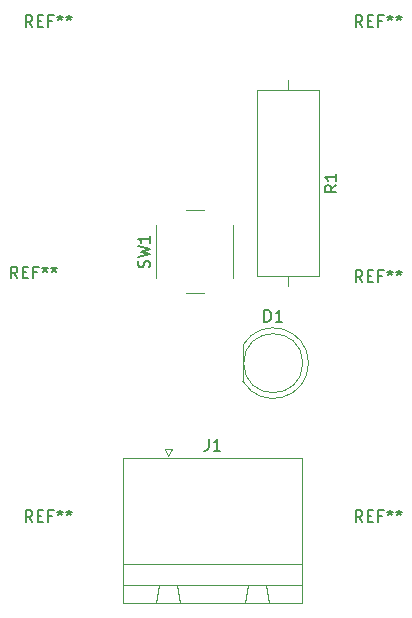
<source format=gbr>
G04 #@! TF.GenerationSoftware,KiCad,Pcbnew,5.1.1-8be2ce7~80~ubuntu18.04.1*
G04 #@! TF.CreationDate,2019-04-20T17:41:40+02:00*
G04 #@! TF.ProjectId,EH19,45483139-2e6b-4696-9361-645f70636258,rev?*
G04 #@! TF.SameCoordinates,Original*
G04 #@! TF.FileFunction,Legend,Top*
G04 #@! TF.FilePolarity,Positive*
%FSLAX46Y46*%
G04 Gerber Fmt 4.6, Leading zero omitted, Abs format (unit mm)*
G04 Created by KiCad (PCBNEW 5.1.1-8be2ce7~80~ubuntu18.04.1) date 2019-04-20 17:41:40*
%MOMM*%
%LPD*%
G04 APERTURE LIST*
%ADD10C,0.120000*%
%ADD11C,0.150000*%
G04 APERTURE END LIST*
D10*
X149050000Y-81030000D02*
X147550000Y-81030000D01*
X145050000Y-82280000D02*
X145050000Y-86780000D01*
X147550000Y-88030000D02*
X149050000Y-88030000D01*
X151550000Y-86780000D02*
X151550000Y-82280000D01*
X156210000Y-87460000D02*
X156210000Y-86610000D01*
X156210000Y-70020000D02*
X156210000Y-70870000D01*
X158830000Y-86610000D02*
X158830000Y-70870000D01*
X153590000Y-86610000D02*
X158830000Y-86610000D01*
X153590000Y-70870000D02*
X153590000Y-86610000D01*
X158830000Y-70870000D02*
X153590000Y-70870000D01*
X145750000Y-101230000D02*
X146350000Y-101230000D01*
X146050000Y-101830000D02*
X145750000Y-101230000D01*
X146350000Y-101230000D02*
X146050000Y-101830000D01*
X152800000Y-112750000D02*
X152550000Y-114250000D01*
X154300000Y-112750000D02*
X152800000Y-112750000D01*
X154550000Y-114250000D02*
X154300000Y-112750000D01*
X152550000Y-114250000D02*
X154550000Y-114250000D01*
X145300000Y-112750000D02*
X145050000Y-114250000D01*
X146800000Y-112750000D02*
X145300000Y-112750000D01*
X147050000Y-114250000D02*
X146800000Y-112750000D01*
X145050000Y-114250000D02*
X147050000Y-114250000D01*
X157410000Y-112750000D02*
X142190000Y-112750000D01*
X157410000Y-110950000D02*
X157410000Y-112750000D01*
X142190000Y-110950000D02*
X157410000Y-110950000D01*
X142190000Y-112750000D02*
X142190000Y-110950000D01*
X157410000Y-102030000D02*
X142190000Y-102030000D01*
X157410000Y-114250000D02*
X157410000Y-102030000D01*
X142190000Y-114250000D02*
X157410000Y-114250000D01*
X142190000Y-102030000D02*
X142190000Y-114250000D01*
X152380000Y-92435000D02*
X152380000Y-95525000D01*
X157440000Y-93980000D02*
G75*
G03X157440000Y-93980000I-2500000J0D01*
G01*
X157930000Y-93979538D02*
G75*
G02X152380000Y-95524830I-2990000J-462D01*
G01*
X157930000Y-93980462D02*
G75*
G03X152380000Y-92435170I-2990000J462D01*
G01*
D11*
X133286666Y-86812380D02*
X132953333Y-86336190D01*
X132715238Y-86812380D02*
X132715238Y-85812380D01*
X133096190Y-85812380D01*
X133191428Y-85860000D01*
X133239047Y-85907619D01*
X133286666Y-86002857D01*
X133286666Y-86145714D01*
X133239047Y-86240952D01*
X133191428Y-86288571D01*
X133096190Y-86336190D01*
X132715238Y-86336190D01*
X133715238Y-86288571D02*
X134048571Y-86288571D01*
X134191428Y-86812380D02*
X133715238Y-86812380D01*
X133715238Y-85812380D01*
X134191428Y-85812380D01*
X134953333Y-86288571D02*
X134620000Y-86288571D01*
X134620000Y-86812380D02*
X134620000Y-85812380D01*
X135096190Y-85812380D01*
X135620000Y-85812380D02*
X135620000Y-86050476D01*
X135381904Y-85955238D02*
X135620000Y-86050476D01*
X135858095Y-85955238D01*
X135477142Y-86240952D02*
X135620000Y-86050476D01*
X135762857Y-86240952D01*
X136381904Y-85812380D02*
X136381904Y-86050476D01*
X136143809Y-85955238D02*
X136381904Y-86050476D01*
X136620000Y-85955238D01*
X136239047Y-86240952D02*
X136381904Y-86050476D01*
X136524761Y-86240952D01*
X162496666Y-87122380D02*
X162163333Y-86646190D01*
X161925238Y-87122380D02*
X161925238Y-86122380D01*
X162306190Y-86122380D01*
X162401428Y-86170000D01*
X162449047Y-86217619D01*
X162496666Y-86312857D01*
X162496666Y-86455714D01*
X162449047Y-86550952D01*
X162401428Y-86598571D01*
X162306190Y-86646190D01*
X161925238Y-86646190D01*
X162925238Y-86598571D02*
X163258571Y-86598571D01*
X163401428Y-87122380D02*
X162925238Y-87122380D01*
X162925238Y-86122380D01*
X163401428Y-86122380D01*
X164163333Y-86598571D02*
X163830000Y-86598571D01*
X163830000Y-87122380D02*
X163830000Y-86122380D01*
X164306190Y-86122380D01*
X164830000Y-86122380D02*
X164830000Y-86360476D01*
X164591904Y-86265238D02*
X164830000Y-86360476D01*
X165068095Y-86265238D01*
X164687142Y-86550952D02*
X164830000Y-86360476D01*
X164972857Y-86550952D01*
X165591904Y-86122380D02*
X165591904Y-86360476D01*
X165353809Y-86265238D02*
X165591904Y-86360476D01*
X165830000Y-86265238D01*
X165449047Y-86550952D02*
X165591904Y-86360476D01*
X165734761Y-86550952D01*
X134556666Y-65532380D02*
X134223333Y-65056190D01*
X133985238Y-65532380D02*
X133985238Y-64532380D01*
X134366190Y-64532380D01*
X134461428Y-64580000D01*
X134509047Y-64627619D01*
X134556666Y-64722857D01*
X134556666Y-64865714D01*
X134509047Y-64960952D01*
X134461428Y-65008571D01*
X134366190Y-65056190D01*
X133985238Y-65056190D01*
X134985238Y-65008571D02*
X135318571Y-65008571D01*
X135461428Y-65532380D02*
X134985238Y-65532380D01*
X134985238Y-64532380D01*
X135461428Y-64532380D01*
X136223333Y-65008571D02*
X135890000Y-65008571D01*
X135890000Y-65532380D02*
X135890000Y-64532380D01*
X136366190Y-64532380D01*
X136890000Y-64532380D02*
X136890000Y-64770476D01*
X136651904Y-64675238D02*
X136890000Y-64770476D01*
X137128095Y-64675238D01*
X136747142Y-64960952D02*
X136890000Y-64770476D01*
X137032857Y-64960952D01*
X137651904Y-64532380D02*
X137651904Y-64770476D01*
X137413809Y-64675238D02*
X137651904Y-64770476D01*
X137890000Y-64675238D01*
X137509047Y-64960952D02*
X137651904Y-64770476D01*
X137794761Y-64960952D01*
X162496666Y-65532380D02*
X162163333Y-65056190D01*
X161925238Y-65532380D02*
X161925238Y-64532380D01*
X162306190Y-64532380D01*
X162401428Y-64580000D01*
X162449047Y-64627619D01*
X162496666Y-64722857D01*
X162496666Y-64865714D01*
X162449047Y-64960952D01*
X162401428Y-65008571D01*
X162306190Y-65056190D01*
X161925238Y-65056190D01*
X162925238Y-65008571D02*
X163258571Y-65008571D01*
X163401428Y-65532380D02*
X162925238Y-65532380D01*
X162925238Y-64532380D01*
X163401428Y-64532380D01*
X164163333Y-65008571D02*
X163830000Y-65008571D01*
X163830000Y-65532380D02*
X163830000Y-64532380D01*
X164306190Y-64532380D01*
X164830000Y-64532380D02*
X164830000Y-64770476D01*
X164591904Y-64675238D02*
X164830000Y-64770476D01*
X165068095Y-64675238D01*
X164687142Y-64960952D02*
X164830000Y-64770476D01*
X164972857Y-64960952D01*
X165591904Y-64532380D02*
X165591904Y-64770476D01*
X165353809Y-64675238D02*
X165591904Y-64770476D01*
X165830000Y-64675238D01*
X165449047Y-64960952D02*
X165591904Y-64770476D01*
X165734761Y-64960952D01*
X162496666Y-107442380D02*
X162163333Y-106966190D01*
X161925238Y-107442380D02*
X161925238Y-106442380D01*
X162306190Y-106442380D01*
X162401428Y-106490000D01*
X162449047Y-106537619D01*
X162496666Y-106632857D01*
X162496666Y-106775714D01*
X162449047Y-106870952D01*
X162401428Y-106918571D01*
X162306190Y-106966190D01*
X161925238Y-106966190D01*
X162925238Y-106918571D02*
X163258571Y-106918571D01*
X163401428Y-107442380D02*
X162925238Y-107442380D01*
X162925238Y-106442380D01*
X163401428Y-106442380D01*
X164163333Y-106918571D02*
X163830000Y-106918571D01*
X163830000Y-107442380D02*
X163830000Y-106442380D01*
X164306190Y-106442380D01*
X164830000Y-106442380D02*
X164830000Y-106680476D01*
X164591904Y-106585238D02*
X164830000Y-106680476D01*
X165068095Y-106585238D01*
X164687142Y-106870952D02*
X164830000Y-106680476D01*
X164972857Y-106870952D01*
X165591904Y-106442380D02*
X165591904Y-106680476D01*
X165353809Y-106585238D02*
X165591904Y-106680476D01*
X165830000Y-106585238D01*
X165449047Y-106870952D02*
X165591904Y-106680476D01*
X165734761Y-106870952D01*
X134556666Y-107442380D02*
X134223333Y-106966190D01*
X133985238Y-107442380D02*
X133985238Y-106442380D01*
X134366190Y-106442380D01*
X134461428Y-106490000D01*
X134509047Y-106537619D01*
X134556666Y-106632857D01*
X134556666Y-106775714D01*
X134509047Y-106870952D01*
X134461428Y-106918571D01*
X134366190Y-106966190D01*
X133985238Y-106966190D01*
X134985238Y-106918571D02*
X135318571Y-106918571D01*
X135461428Y-107442380D02*
X134985238Y-107442380D01*
X134985238Y-106442380D01*
X135461428Y-106442380D01*
X136223333Y-106918571D02*
X135890000Y-106918571D01*
X135890000Y-107442380D02*
X135890000Y-106442380D01*
X136366190Y-106442380D01*
X136890000Y-106442380D02*
X136890000Y-106680476D01*
X136651904Y-106585238D02*
X136890000Y-106680476D01*
X137128095Y-106585238D01*
X136747142Y-106870952D02*
X136890000Y-106680476D01*
X137032857Y-106870952D01*
X137651904Y-106442380D02*
X137651904Y-106680476D01*
X137413809Y-106585238D02*
X137651904Y-106680476D01*
X137890000Y-106585238D01*
X137509047Y-106870952D02*
X137651904Y-106680476D01*
X137794761Y-106870952D01*
X144454761Y-85863333D02*
X144502380Y-85720476D01*
X144502380Y-85482380D01*
X144454761Y-85387142D01*
X144407142Y-85339523D01*
X144311904Y-85291904D01*
X144216666Y-85291904D01*
X144121428Y-85339523D01*
X144073809Y-85387142D01*
X144026190Y-85482380D01*
X143978571Y-85672857D01*
X143930952Y-85768095D01*
X143883333Y-85815714D01*
X143788095Y-85863333D01*
X143692857Y-85863333D01*
X143597619Y-85815714D01*
X143550000Y-85768095D01*
X143502380Y-85672857D01*
X143502380Y-85434761D01*
X143550000Y-85291904D01*
X143502380Y-84958571D02*
X144502380Y-84720476D01*
X143788095Y-84530000D01*
X144502380Y-84339523D01*
X143502380Y-84101428D01*
X144502380Y-83196666D02*
X144502380Y-83768095D01*
X144502380Y-83482380D02*
X143502380Y-83482380D01*
X143645238Y-83577619D01*
X143740476Y-83672857D01*
X143788095Y-83768095D01*
X160282380Y-78906666D02*
X159806190Y-79240000D01*
X160282380Y-79478095D02*
X159282380Y-79478095D01*
X159282380Y-79097142D01*
X159330000Y-79001904D01*
X159377619Y-78954285D01*
X159472857Y-78906666D01*
X159615714Y-78906666D01*
X159710952Y-78954285D01*
X159758571Y-79001904D01*
X159806190Y-79097142D01*
X159806190Y-79478095D01*
X160282380Y-77954285D02*
X160282380Y-78525714D01*
X160282380Y-78240000D02*
X159282380Y-78240000D01*
X159425238Y-78335238D01*
X159520476Y-78430476D01*
X159568095Y-78525714D01*
X149466666Y-100392380D02*
X149466666Y-101106666D01*
X149419047Y-101249523D01*
X149323809Y-101344761D01*
X149180952Y-101392380D01*
X149085714Y-101392380D01*
X150466666Y-101392380D02*
X149895238Y-101392380D01*
X150180952Y-101392380D02*
X150180952Y-100392380D01*
X150085714Y-100535238D01*
X149990476Y-100630476D01*
X149895238Y-100678095D01*
X154201904Y-90472380D02*
X154201904Y-89472380D01*
X154440000Y-89472380D01*
X154582857Y-89520000D01*
X154678095Y-89615238D01*
X154725714Y-89710476D01*
X154773333Y-89900952D01*
X154773333Y-90043809D01*
X154725714Y-90234285D01*
X154678095Y-90329523D01*
X154582857Y-90424761D01*
X154440000Y-90472380D01*
X154201904Y-90472380D01*
X155725714Y-90472380D02*
X155154285Y-90472380D01*
X155440000Y-90472380D02*
X155440000Y-89472380D01*
X155344761Y-89615238D01*
X155249523Y-89710476D01*
X155154285Y-89758095D01*
M02*

</source>
